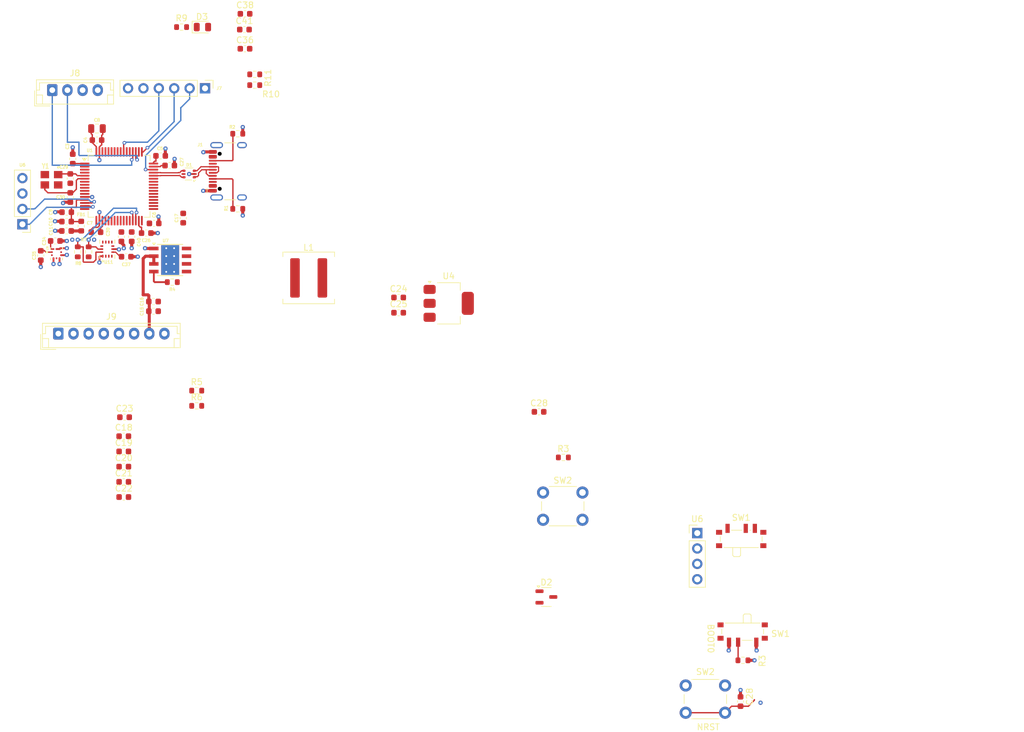
<source format=kicad_pcb>
(kicad_pcb (version 20241229) (generator "pcbnew") (generator_version "9.0")
  (layers (0 "F.Cu" signal) (4 "In1.Cu" power) (6 "In2.Cu" power) (2 "B.Cu" signal) (13 "F.Paste" user) (15 "B.Paste" user) (5 "F.SilkS" user "F.Silkscreen") (7 "B.SilkS" user "B.Silkscreen") (1 "F.Mask" user) (3 "B.Mask" user) (25 "Edge.Cuts" user))
  (net 0 "")
  (net 1 "+3.3V")
  (net 2 "Net-(U1-VDDA)")
  (net 3 "+BATT")
  (net 4 "Net-(U7-VCC)")
  (net 5 "Net-(U7-SW)")
  (net 6 "Net-(U7-BOOT)")
  (net 7 "Net-(U7-FB)")
  (net 8 "+5V")
  (net 9 "Net-(U1-VCAP_1)")
  (net 10 "Net-(U1-VCAP_2)")
  (net 11 "NRST")
  (net 12 "Net-(U1-PH0)")
  (net 13 "Net-(U1-PH1)")
  (net 14 "USB_C_D_N")
  (net 15 "USB_C_D_P")
  (net 16 "Net-(D1-VP)")
  (net 17 "Net-(D3-K)")
  (net 18 "Net-(J1-CC2)")
  (net 19 "Net-(J1-CC1)")
  (net 22 "ESC_1")
  (net 23 "ESC_2")
  (net 24 "ESC_3")
  (net 25 "ESC_4")
  (net 26 "SWO")
  (net 27 "SWDIO")
  (net 28 "SWCLK")
  (net 29 "BOOT0")
  (net 30 "GND")
  (net 31 "Net-(U7-PG)")
  (net 32 "SCL")
  (net 33 "SDA")
  (net 34 "Net-(U12-C1)")
  (net 35 "BATT_SENSE")
  (net 36 "UART1_TX")
  (net 45 "UART1_RX")
  (net 49 "IMU_INT")
  (net 56 "BMP_INT")
  (net 57 "UART2_TX")
  (net 58 "UART2_RX")
  (net 59 "ADC_CURR")
  (net 60 "UART_ESC")
  (footprint "Resistor_SMD:R_0603_1608Metric" (layer "F.Cu") (at 241 77.9)
    (property "Reference" "R1")
    (property "Value" "5.1K")
  )
  (footprint "Connector_JST:JST_EH_B8B-EH-A_1x08_P2.50mm_Vertical" (layer "F.Cu") (at 211.4 98.5)
    (property "Reference" "J9")
    (property "Value" "Conn_01x08")
  )
  (footprint "Capacitor_SMD:C_0603_1608Metric" (layer "F.Cu") (at 242.1 48.3)
    (property "Reference" "C41")
    (property "Value" "100nF")
  )
  (footprint "Capacitor_SMD:C_0603_1608Metric" (layer "F.Cu") (at 228.275 69.15)
    (property "Reference" "C5")
    (property "Value" "100nF")
  )
  (footprint "Package_TO_SOT_SMD:SOT-223-3_TabPin2" (layer "F.Cu") (at 275.8 93.5)
    (property "Reference" "U4")
    (property "Value" "AP7361C-33E")
  )
  (footprint "Capacitor_SMD:C_0603_1608Metric" (layer "F.Cu") (at 212.775 78.45 180)
    (property "Reference" "C9")
    (property "Value" "10nF")
  )
  (footprint "Inductor_SMD:L_0603_1608Metric" (layer "F.Cu") (at 215.175 80.75 90)
    (property "Reference" "FB1")
    (property "Value" "FerriteBead")
  )
  (footprint "Resistor_SMD:R_0603_1608Metric" (layer "F.Cu") (at 231.731 47.8915 180)
    (property "Reference" "R9")
    (property "Value" "1K")
  )
  (footprint "Capacitor_SMD:C_0603_1608Metric" (layer "F.Cu") (at 222.1975 122.97)
    (property "Reference" "C21")
    (property "Value" "22uF")
  )
  (footprint "Button_Switch_THT:SW_PUSH_6mm_H4.3mm" (layer "F.Cu") (at 291.3675 124.73)
    (property "Reference" "SW2")
    (property "Value" "SW_Push")
  )
  (footprint "Button_Switch_THT:SW_PUSH_6mm_H4.3mm" (layer "F.Cu") (at 314.895 156.585)
    (property "Reference" "SW2")
    (property "Value" "SW_Push")
  )
  (footprint "Capacitor_SMD:C_0603_1608Metric" (layer "F.Cu") (at 222.1975 115.44)
    (property "Reference" "C18")
    (property "Value" "100nF")
  )
  (footprint "Button_Switch_SMD:SW_SPDT_PCM12" (layer "F.Cu") (at 324.0575 132.08)
    (property "Reference" "SW1")
    (property "Value" "SW_SPDT")
  )
  (footprint "Capacitor_SMD:C_0603_1608Metric" (layer "F.Cu") (at 222.6 85.8 180)
    (property "Reference" "C37")
    (property "Value" "10nF")
  )
  (footprint "Capacitor_SMD:C_0603_1608Metric" (layer "F.Cu") (at 213.375 72.9 90)
    (property "Reference" "C29")
    (property "Value" "15pF")
  )
  (footprint "Capacitor_SMD:C_0603_1608Metric" (layer "F.Cu") (at 267.54 92.535)
    (property "Reference" "C24")
    (property "Value" "4.7uF")
  )
  (footprint "Package_QFP:LQFP-64_10x10mm_P0.5mm" (layer "F.Cu") (at 221.425 74.175)
    (property "Reference" "U1")
    (property "Value" "STM32F405RGTx")
  )
  (footprint "Capacitor_SMD:C_0603_1608Metric" (layer "F.Cu") (at 225.9 81.9)
    (property "Reference" "C26")
    (property "Value" "2.2uF")
  )
  (footprint "Resistor_SMD:R_0603_1608Metric" (layer "F.Cu") (at 230.2 90)
    (property "Reference" "R4")
    (property "Value" "100k")
  )
  (footprint "Resistor_SMD:R_0603_1608Metric" (layer "F.Cu") (at 234.2275 107.91)
    (property "Reference" "R5")
    (property "Value" "100k")
  )
  (footprint "Resistor_SMD:R_0603_1608Metric" (layer "F.Cu") (at 241 65.5)
    (property "Reference" "R2")
    (property "Value" "5.1K")
  )
  (footprint "Capacitor_SMD:C_0603_1608Metric" (layer "F.Cu") (at 242.19 51.4675)
    (property "Reference" "C36")
    (property "Value" "1uF")
  )
  (footprint "Connector_JST:JST_EH_B4B-EH-A_1x04_P2.50mm_Vertical" (layer "F.Cu") (at 210.4 58.3)
    (property "Reference" "J8")
    (property "Value" "Conn_01x04")
  )
  (footprint "Capacitor_SMD:C_0603_1608Metric" (layer "F.Cu") (at 222.1975 125.48)
    (property "Reference" "C22")
    (property "Value" "22uF")
  )
  (footprint "Button_Switch_SMD:SW_SPDT_PCM12" (layer "F.Cu") (at 324.295 148.01 180)
    (property "Reference" "SW1")
    (property "Value" "SW_SPDT")
  )
  (footprint "Connector_USB:USB_C_Receptacle_HCTL_HC-TYPE-C-16P-01A" (layer "F.Cu") (at 240.625 71.7 90)
    (property "Reference" "J1")
    (property "Value" "USB_C_Receptacle_USB2.0_16P")
  )
  (footprint "Capacitor_SMD:C_0603_1608Metric" (layer "F.Cu") (at 210.9 83.2)
    (property "Reference" "C34")
    (property "Value" "100nF")
  )
  (footprint "MountingHole:MountingHole_3.2mm_M3_ISO7380" (layer "F.Cu") (at 235.4 93.6)
    (property "Reference" "H4" (hide yes))
    (property "Value" "MountingHole")
  )
  (footprint "Capacitor_SMD:C_0603_1608Metric" (layer "F.Cu") (at 222.325 112.3)
    (property "Reference" "C23")
    (property "Value" "22uF")
  )
  (footprint "Custom Footprints:BMP390L" (layer "F.Cu") (at 211.1 85.3 90)
    (property "Reference" "U9")
    (property "Value" "~")
  )
  (footprint "Package_TO_SOT_SMD:SOT-23-3" (layer "F.Cu") (at 291.9175 141.975)
    (property "Reference" "D2")
    (property "Value" "BAT54C")
  )
  (footprint "MountingHole:MountingHole_3.2mm_M3_ISO7380" (layer "F.Cu") (at 235.4 63.1)
    (property "Reference" "H2" (hide yes))
    (property "Value" "MountingHole")
  )
  (footprint "Capacitor_SMD:C_0603_1608Metric" (layer "F.Cu") (at 212.7575 80 180)
    (property "Reference" "C10")
    (property "Value" "1uF")
  )
  (footprint "Capacitor_SMD:C_0603_1608Metric" (layer "F.Cu") (at 267.54 95.045)
    (property "Reference" "C25")
    (property "Value" "4.7uF")
  )
  (footprint "Capacitor_SMD:C_0603_1608Metric" (layer "F.Cu") (at 217.6 81.75 180)
    (property "Reference" "C7")
    (property "Value" "100nF")
  )
  (footprint "Package_TO_SOT_SMD:SOT-666" (layer "F.Cu") (at 232.975 72.15 180)
    (property "Reference" "D1")
    (property "Value" "USBLC6-2P6")
  )
  (footprint "MountingHole:MountingHole_3.2mm_M3_ISO7380" (layer "F.Cu") (at 204.9 63.1)
    (property "Reference" "H1" (hide yes))
    (property "Value" "MountingHole")
  )
  (footprint "Resistor_SMD:R_0603_1608Metric" (layer "F.Cu") (at 243.8 57.478 180)
    (property "Reference" "R10")
    (property "Value" "15K")
  )
  (footprint "Capacitor_SMD:C_0603_1608Metric" (layer "F.Cu") (at 227.2 80.3)
    (property "Reference" "C6")
    (property "Value" "100nF")
  )
  (footprint "Capacitor_SMD:C_0603_1608Metric" (layer "F.Cu") (at 212.75 81.55 180)
    (property "Reference" "C11")
    (property "Value" "1uF")
  )
  (footprint "Resistor_SMD:R_0603_1608Metric" (layer "F.Cu") (at 214.6 85 90)
    (property "Reference" "R8")
    (property "Value" "2.2K")
  )
  (footprint "Capacitor_SMD:C_0603_1608Metric" (layer "F.Cu") (at 227.1 93.2)
    (property "Reference" "C16")
    (property "Value" "220nF")
  )
  (footprint "Capacitor_SMD:C_0603_1608Metric" (layer "F.Cu") (at 242.2 45.7)
    (property "Reference" "C38")
    (property "Value" "100nF")
  )
  (footprint "Capacitor_SMD:C_0603_1608Metric" (layer "F.Cu") (at 323.945 159.235 -90)
    (property "Reference" "C28")
    (property "Value" "100nF")
  )
  (footprint "Capacitor_SMD:C_0805_2012Metric" (layer "F.Cu") (at 217.775 64.65)
    (property "Reference" "C8")
    (property "Value" "10uF")
  )
  (footprint "Connector_PinHeader_2.54mm:PinHeader_1x04_P2.54mm_Vertical" (layer "F.Cu") (at 316.8075 131.43)
    (property "Reference" "U6")
    (property "Value" "~")
  )
  (footprint "Capacitor_SMD:C_0603_1608Metric" (layer "F.Cu") (at 290.7075 111.41)
    (property "Reference" "C28")
    (property "Value" "100nF")
  )
  (footprint "Connector_PinHeader_2.54mm:PinHeader_1x04_P2.54mm_Vertical" (layer "F.Cu") (at 205.475 80.45 180)
    (property "Reference" "U6")
    (property "Value" "~")
  )
  (footprint "Package_SO:Texas_HSOP-8-1EP_3.9x4.9mm_P1.27mm_ThermalVias" (layer "F.Cu") (at 229.85 86.35)
    (property "Reference" "U7")
    (property "Value" "LMR33640DDDA")
  )
  (footprint "Custom Footprints:OSC_X322516MLB4SI" (layer "F.Cu") (at 210.275 73.1 -90)
    (property "Reference" "Y1")
    (property "Value" "16MHz Crystal")
  )
  (footprint "Capacitor_SMD:C_0603_1608Metric" (layer "F.Cu") (at 222.1975 120.46)
    (property "Reference" "C20")
    (property "Value" "22uF")
  )
  (footprint "Inductor_SMD:L_Coilcraft_XAL7030-682" (layer "F.Cu") (at 252.7 89.3)
    (property "Reference" "L1")
    (property "Value" "6.8uH")
  )
  (footprint "Resistor_SMD:R_0603_1608Metric" (layer "F.Cu") (at 294.7175 118.94)
    (property "Reference" "R3")
    (property "Value" "10K")
  )
  (footprint "LED_SMD:LED_0805_2012Metric" (layer "F.Cu") (at 235.1685 47.8915)
    (property "Reference" "D3")
    (property "Value" "LED")
  )
  (footprint "Capacitor_SMD:C_0603_1608Metric" (layer "F.Cu") (at 213.375 76.025 90)
    (property "Reference" "C30")
    (property "Value" "15pF")
  )
  (footprint "Capacitor_SMD:C_0603_1608Metric" (layer "F.Cu") (at 232 79.425 90)
    (property "Reference" "C17")
    (property "Value" "1uF")
  )
  (footprint "Capacitor_SMD:C_0603_1608Metric" (layer "F.Cu") (at 213.775 69.65 90)
    (property "Reference" "C3")
    (property "Value" "100nF")
  )
  (footprint "Capacitor_SMD:C_0603_1608Metric" (layer "F.Cu") (at 222.1975 117.95)
    (property "Reference" "C19")
    (property "Value" "39pF")
  )
  (footprint "Capacitor_SMD:C_0603_1608Metric" (layer "F.Cu") (at 217.775 66.55)
    (property "Reference" "C4")
    (property "Value" "100nF")
  )
  (footprint "Capacitor_SMD:C_0603_1608Metric" (layer "F.Cu") (at 229.775 70.75)
    (property "Reference" "C27")
    (property "Value" "2.2uF")
  )
  (footprint "Resistor_SMD:R_0603_1608Metric" (layer "F.Cu") (at 324.345 152.435 180)
    (property "Reference" "R3")
    (property "Value" "10K")
  )
  (footprint "Capacitor_SMD:C_0603_1608Metric" (layer "F.Cu") (at 227.1 94.8)
    (property "Reference" "C15")
    (property "Value" "10uF")
  )
  (footprint "Custom Footprints:XDCR_ICM-42670-P" (layer "F.Cu") (at 219.475 84.55 90)
    (property "Reference" "U11")
    (property "Value" "~")
  )
  (footprint "Resistor_SMD:R_0603_1608Metric" (layer "F.Cu") (at 216.4 85 90)
    (property "Reference" "R7")
    (property "Value" "2.2K")
  )
  (footprint "Resistor_SMD:R_0603_1608Metric" (layer "F.Cu") (at 243.8 55.7)
    (property "Reference" "R11")
    (property "Value" "10K")
  )
  (footprint "Capacitor_SMD:C_0603_1608Metric" (layer "F.Cu") (at 208.5 85.6 -90)
    (property "Reference" "C35")
    (property "Value" "100nF")
  )
  (footprint "Connector_PinHeader_2.54mm:PinHeader_1x06_P2.54mm_Vertical" (layer "F.Cu") (at 235.6 58 -90)
    (property "Reference" "J7")
    (property "Value" "SWD")
  )
  (footprint "Capacitor_SMD:C_0603_1608Metric" (layer "F.Cu") (at 221.8 82.5 -90)
    (property "Reference" "C39")
    (property "Value" "0.1u")
  )
  (footprint "Capacitor_SMD:C_0603_1608Metric" (layer "F.Cu") (at 223.5 82.5 -90)
    (property "Reference" "C40")
    (property "Value" "2.2u")
  )
  (footprint "Resistor_SMD:R_0603_1608Metric" (layer "F.Cu") (at 234.2275 110.42)
    (property "Reference" "R6")
    (property "Value" "24.9k")
  )
  (footprint "MountingHole:MountingHole_3.2mm_M3_ISO7380" (layer "F.Cu") (at 204.9 93.6)
    (property "Reference" "H3" (hide yes))
    (property "Value" "MountingHole")
  )
  (gr_text "BOOT0" (at 318.445 146.335 270) (layer "F.SilkS") (effects (font (size 1 1)) (justify left bottom)))
  (gr_text "NRST" (at 316.645 164.035 0) (layer "F.SilkS") (effects (font (size 1 1)) (justify left bottom)))
  (segment (start 226.475 80.35) (end 226.425 80.3) (width 0.22) (layer "F.Cu") (net 1))
  (segment (start 227.1 70.225) (end 227.275 70.05) (width 0.22) (layer "F.Cu") (net 1))
  (segment (start 326.545 150.755) (end 326.545 149.44) (width 0.5) (layer "F.Cu") (net 1))
  (segment (start 217 66.975) (end 217 66.55) (width 0.22) (layer "F.Cu") (net 1))
  (segment (start 217.675 68.5) (end 217.675 67.65) (width 0.22) (layer "F.Cu") (net 1))
  (segment (start 220.85 85.05) (end 221.6 85.8) (width 0.2) (layer "F.Cu") (net 1))
  (segment (start 213.775 70.425) (end 215.75 70.425) (width 0.22) (layer "F.Cu") (net 1))
  (segment (start 210.3375 85.05) (end 209.35 85.05) (width 0.22) (layer "F.Cu") (net 1))
  (segment (start 220.3875 85.05) (end 220.85 85.05) (width 0.2) (layer "F.Cu") (net 1))
  (segment (start 210.2375 84.5375) (end 210.125 84.425) (width 0.22) (layer "F.Cu") (net 1))
  (segment (start 218.375 81.75) (end 218.375 81.068348) (width 0.22) (layer "F.Cu") (net 1))
  (segment (start 227.1 70.425) (end 227.1 70.225) (width 0.22) (layer "F.Cu") (net 1))
  (segment (start 209.35 85.05) (end 209.1 84.8) (width 0.22) (layer "F.Cu") (net 1))
  (segment (start 217.675 67.65) (end 217 66.975) (width 0.22) (layer "F.Cu") (net 1))
  (segment (start 218.375 81.068348) (end 218.675 80.768348) (width 0.22) (layer "F.Cu") (net 1))
  (segment (start 218.675 80.768348) (end 218.675 79.85) (width 0.22) (layer "F.Cu") (net 1))
  (segment (start 210.6 84.5375) (end 210.2375 84.5375) (width 0.22) (layer "F.Cu") (net 1))
  (segment (start 217 65.675) (end 216.825 65.5) (width 0.22) (layer "F.Cu") (net 1))
  (segment (start 216.825 65.5) (end 216.825 64.65) (width 0.22) (layer "F.Cu") (net 1))
  (segment (start 227.5 70.025) (end 227.5 69.15) (width 0.22) (layer "F.Cu") (net 1))
  (segment (start 210.125 84.425) (end 210.125 83.2) (width 0.22) (layer "F.Cu") (net 1))
  (segment (start 209.1 84.8) (end 209.075 84.825) (width 0.22) (layer "F.Cu") (net 1))
  (segment (start 326.595 150.805) (end 326.545 150.755) (width 0.5) (layer "F.Cu") (net 1))
  (segment (start 227.475 70.05) (end 227.5 70.025) (width 0.22) (layer "F.Cu") (net 1))
  (segment (start 209.075 84.825) (end 208.5 84.825) (width 0.22) (layer "F.Cu") (net 1))
  (segment (start 216.725 66.475) (end 216.8 66.55) (width 0.22) (layer "F.Cu") (net 1))
  (segment (start 227.275 70.05) (end 227.475 70.05) (width 0.22) (layer "F.Cu") (net 1))
  (segment (start 217 66.55) (end 217 65.675) (width 0.22) (layer "F.Cu") (net 1))
  (segment (start 221.6 85.8) (end 221.825 85.8) (width 0.2) (layer "F.Cu") (net 1))
  (segment (start 213.5555 81.5805) (end 213.525 81.55) (width 0.5) (layer "F.Cu") (net 1))
  (segment (start 215.1625 81.55) (end 215.175 81.5375) (width 0.5) (layer "F.Cu") (net 1))
  (segment (start 213.525 81.55) (end 215.1625 81.55) (width 0.5) (layer "F.Cu") (net 1))
  (via (at 326.595 150.805) (size 0.7) (drill 0.3) (layers "F.Cu" "B.Cu") (net 1))
  (segment (start 215.1375 80) (end 215.175 79.9625) (width 0.22) (layer "F.Cu") (net 2))
  (segment (start 213.55 79.9825) (end 213.5325 80) (width 0.22) (layer "F.Cu") (net 2))
  (segment (start 213.55 78.45) (end 213.55 79.9825) (width 0.22) (layer "F.Cu") (net 2))
  (segment (start 214.375 76.55) (end 214.375 77.65) (width 0.22) (layer "F.Cu") (net 2))
  (segment (start 213.675 77.65) (end 213.55 77.775) (width 0.22) (layer "F.Cu") (net 2))
  (segment (start 214.5 76.425) (end 214.375 76.55) (width 0.22) (layer "F.Cu") (net 2))
  (segment (start 214.375 77.65) (end 213.675 77.65) (width 0.22) (layer "F.Cu") (net 2))
  (segment (start 213.5325 80) (end 215.1375 80) (width 0.22) (layer "F.Cu") (net 2))
  (segment (start 213.55 77.775) (end 213.55 78.45) (width 0.22) (layer "F.Cu") (net 2))
  (segment (start 215.75 76.425) (end 214.5 76.425) (width 0.22) (layer "F.Cu") (net 2))
  (segment (start 225.4 92.1) (end 225.4 86.1) (width 0.5) (layer "F.Cu") (net 3))
  (segment (start 226.325 93.2) (end 226.325 92.225) (width 0.5) (layer "F.Cu") (net 3))
  (segment (start 226.4 98.5) (end 226.4 93.2) (width 0.5) (layer "F.Cu") (net 3))
  (segment (start 226.325 92.225) (end 226.2 92.1) (width 0.5) (layer "F.Cu") (net 3))
  (segment (start 227.15 85.715) (end 227.15 86.985) (width 0.5) (layer "F.Cu") (net 3))
  (segment (start 225.785 85.715) (end 227.15 85.715) (width 0.5) (layer "F.Cu") (net 3))
  (segment (start 226.2 92.1) (end 225.4 92.1) (width 0.5) (layer "F.Cu") (net 3))
  (segment (start 225.4 86.1) (end 225.785 85.715) (width 0.5) (layer "F.Cu") (net 3))
  (segment (start 225.125 80.936) (end 225.125 81.9) (width 0.22) (layer "F.Cu") (net 9))
  (segment (start 224.675 80.672964) (end 224.938036 80.936) (width 0.22) (layer "F.Cu") (net 9))
  (segment (start 224.675 79.85) (end 224.675 80.672964) (width 0.22) (layer "F.Cu") (net 9))
  (segment (start 224.938036 80.936) (end 225.125 80.936) (width 0.22) (layer "F.Cu") (net 9))
  (segment (start 227.1 70.925) (end 228.2 70.925) (width 0.22) (layer "F.Cu") (net 10))
  (segment (start 228.2 70.925) (end 228.375 70.75) (width 0.22) (layer "F.Cu") (net 10))
  (segment (start 228.375 70.75) (end 229 70.75) (width 0.22) (layer "F.Cu") (net 10))
  (segment (start 325.245 160.01) (end 323.945 160.01) (width 0.22) (layer "F.Cu") (net 11))
  (segment (start 326.22 158.96) (end 326.245 158.935) (width 0.22) (layer "F.Cu") (net 11))
  (segment (start 314.895 161.085) (end 321.395 161.085) (width 0.22) (layer "F.Cu") (net 11))
  (segment (start 321.395 161.085) (end 322.47 160.01) (width 0.22) (layer "F.Cu") (net 11))
  (segment (start 322.47 160.01) (end 323.945 160.01) (width 0.22) (layer "F.Cu") (net 11))
  (segment (start 326.22 159.035) (end 325.245 160.01) (width 0.22) (layer "F.Cu") (net 11))
  (segment (start 326.22 159.035) (end 326.22 158.96) (width 0.22) (layer "F.Cu") (net 11))
  (segment (start 215.75 72.425) (end 214.55 72.425) (width 0.22) (layer "F.Cu") (net 12))
  (segment (start 211.5 72.125) (end 211.375 72.25) (width 0.22) (layer "F.Cu") (net 12))
  (segment (start 213.375 72.125) (end 211.5 72.125) (width 0.22) (layer "F.Cu") (net 12))
  (segment (start 214.25 72.125) (end 213.375 72.125) (width 0.22) (layer "F.Cu") (net 12))
  (segment (start 214.55 72.425) (end 214.25 72.125) (width 0.22) (layer "F.Cu") (net 12))
  (segment (start 215.75 72.925) (end 214.65 72.925) (width 0.22) (layer "F.Cu") (net 13))
  (segment (start 214.375 74.65) (end 213.775 75.25) (width 0.22) (layer "F.Cu") (net 13))
  (segment (start 214.65 72.925) (end 214.375 73.2) (width 0.22) (layer "F.Cu") (net 13))
  (segment (start 209.675 75.25) (end 209.175 74.75) (width 0.22) (layer "F.Cu") (net 13))
  (segment (start 213.775 75.25) (end 213.375 75.25) (width 0.22) (layer "F.Cu") (net 13))
  (segment (start 214.375 73.2) (end 214.375 74.65) (width 0.22) (layer "F.Cu") (net 13))
  (segment (start 209.175 74.75) (end 209.175 73.95) (width 0.22) (layer "F.Cu") (net 13))
  (segment (start 213.375 75.25) (end 209.675 75.25) (width 0.22) (layer "F.Cu") (net 13))
  (segment (start 231.424 72.382824) (end 231.642176 72.601) (width 0.2) (layer "F.Cu") (net 14))
  (segment (start 227.1 72.425) (end 228.262501 72.425) (width 0.2) (layer "F.Cu") (net 14))
  (segment (start 227.1 72.425) (end 227.15 72.375) (width 0.2) (layer "F.Cu") (net 14))
  (segment (start 231.424 72.375) (end 231.424 72.382824) (width 0.2) (layer "F.Cu") (net 14))
  (segment (start 231.372206 72.375) (end 231.424 72.375) (width 0.2) (layer "F.Cu") (net 14))
  (segment (start 231.347206 72.4) (end 231.372206 72.375) (width 0.2) (layer "F.Cu") (net 14))
  (segment (start 234.526 72.382824) (end 234.526 71.9865) (width 0.2) (layer "F.Cu") (net 14))
  (segment (start 235.6 71.45) (end 236.88 71.45) (width 0.2) (layer "F.Cu") (net 14))
  (segment (start 234.526 71.9865) (end 235.0625 71.45) (width 0.2) (layer "F.Cu") (net 14))
  (segment (start 235.0625 71.45) (end 235.6 71.45) (width 0.2) (layer "F.Cu") (net 14))
  (segment (start 228.287501 72.4) (end 231.347206 72.4) (width 0.2) (layer "F.Cu") (net 14))
  (segment (start 233.9115 72.601) (end 234.307824 72.601) (width 0.2) (layer "F.Cu") (net 14))
  (segment (start 235.8 72.053824) (end 236.196176 72.45) (width 0.2) (layer "F.Cu") (net 14))
  (segment (start 234.307824 72.601) (end 234.526 72.382824) (width 0.2) (layer "F.Cu") (net 14))
  (segment (start 231.642176 72.601) (end 231.663499 72.601) (width 0.2) (layer "F.Cu") (net 14))
  (segment (start 231.749999 72.6875) (end 232.125 72.6875) (width 0.2) (layer "F.Cu") (net 14))
  (segment (start 233.825 72.6875) (end 233.9115 72.601) (width 0.2) (layer "F.Cu") (net 14))
  (segment (start 228.262501 72.425) (end 228.287501 72.4) (width 0.2) (layer "F.Cu") (net 14))
  (segment (start 235.8 71.45) (end 235.8 72.053824) (width 0.2) (layer "F.Cu") (net 14))
  (segment (start 236.196176 72.45) (end 236.88 72.45) (width 0.2) (layer "F.Cu") (net 14))
  (segment (start 231.663499 72.601) (end 231.749999 72.6875) (width 0.2) (layer "F.Cu") (net 14))
  (segment (start 231.424 71.925) (end 231.424 71.917176) (width 0.2) (layer "F.Cu") (net 15))
  (segment (start 237.563824 71.95) (end 237.831 71.682824) (width 0.2) (layer "F.Cu") (net 15))
  (segment (start 231.642176 71.699) (end 231.663499 71.699) (width 0.2) (layer "F.Cu") (net 15))
  (segment (start 228.262501 71.925) (end 228.287501 71.95) (width 0.2) (layer "F.Cu") (net 15))
  (segment (start 237.831 71.031) (end 237.75 70.95) (width 0.2) (layer "F.Cu") (net 15))
  (segment (start 233.825 71.6125) (end 234.263603 71.6125) (width 0.2) (layer "F.Cu") (net 15))
  (segment (start 231.424 71.917176) (end 231.642176 71.699) (width 0.2) (layer "F.Cu") (net 15))
  (segment (start 237.75 70.95) (end 236.88 70.95) (width 0.2) (layer "F.Cu") (net 15))
  (segment (start 234.926103 70.95) (end 236.88 70.95) (width 0.2) (layer "F.Cu") (net 15))
  (segment (start 231.749999 71.6125) (end 232.125 71.6125) (width 0.2) (layer "F.Cu") (net 15))
  (segment (start 231.2 71.925) (end 231.424 71.925) (width 0.2) (layer "F.Cu") (net 15))
  (segment (start 237.831 71.682824) (end 237.831 71.031) (width 0.2) (layer "F.Cu") (net 15))
  (segment (start 236.88 71.95) (end 237.563824 71.95) (width 0.2) (layer "F.Cu") (net 15))
  (segment (start 233.825 71.6125) (end 233.9115 71.699) (width 0.2) (layer "F.Cu") (net 15))
  (segment (start 228.287501 71.95) (end 231.175 71.95) (width 0.2) (layer "F.Cu") (net 15))
  (segment (start 231.663499 71.699) (end 231.749999 71.6125) (width 0.2) (layer "F.Cu") (net 15))
  (segment (start 234.263603 71.6125) (end 234.926103 70.95) (width 0.2) (layer "F.Cu") (net 15))
  (segment (start 231.175 71.95) (end 231.2 71.925) (width 0.2) (layer "F.Cu") (net 15))
  (segment (start 227.1 71.925) (end 228.262501 71.925) (width 0.2) (layer "F.Cu") (net 15))
  (segment (start 240.2 65.525) (end 240.175 65.5) (width 0.22) (layer "F.Cu") (net 18))
  (segment (start 236.78 69.95) (end 240.075 69.95) (width 0.22) (layer "F.Cu") (net 18))
  (segment (start 240.075 69.95) (end 240.2 69.825) (width 0.22) (layer "F.Cu") (net 18))
  (segment (start 240.2 69.825) (end 240.2 65.525) (width 0.22) (layer "F.Cu") (net 18))
  (segment (start 236.78 72.95) (end 240.05 72.95) (width 0.22) (layer "F.Cu") (net 19))
  (segment (start 240.2 77.875) (end 240.175 77.9) (width 0.22) (layer "F.Cu") (net 19))
  (segment (start 240.05 72.95) (end 240.2 73.1) (width 0.22) (layer "F.Cu") (net 19))
  (segment (start 240.2 73.1) (end 240.2 77.875) (width 0.22) (layer "F.Cu") (net 19))
  (segment (start 222.3 67) (end 222.175 67.125) (width 0.22) (layer "F.Cu") (net 26))
  (segment (start 222.175 67.125) (end 222.175 68.5) (width 0.22) (layer "F.Cu") (net 26))
  (via (at 222.3 67) (size 0.6) (drill 0.3) (layers "F.Cu" "B.Cu") (net 26))
  (segment (start 222.3 67) (end 222.4 66.9) (width 0.22) (layer "B.Cu") (net 26))
  (segment (start 227.98 57.82) (end 228 57.8) (width 0.22) (layer "B.Cu") (net 26))
  (segment (start 226.1 66.9) (end 227.98 65.02) (width 0.22) (layer "B.Cu") (net 26))
  (segment (start 222.4 66.9) (end 226.1 66.9) (width 0.22) (layer "B.Cu") (net 26))
  (segment (start 227.98 65.02) (end 227.98 57.82) (width 0.22) (layer "B.Cu") (net 26))
  (segment (start 227.1 71.425) (end 225.825 71.425) (width 0.22) (layer "F.Cu") (net 27))
  (segment (start 225.825 71.425) (end 225.8 71.4) (width 0.22) (layer "F.Cu") (net 27))
  (via (at 225.8 71.4) (size 0.6) (drill 0.3) (layers "F.Cu" "B.Cu") (net 27))
  (segment (start 233.06 57.82) (end 233.08 57.8) (width 0.22) (layer "B.Cu") (net 27))
  (segment (start 231.6 61.2) (end 231.62 61.2) (width 0.22) (layer "B.Cu") (net 27))
  (segment (start 225.8 71.4) (end 225.8 69.1) (width 0.22) (layer "B.Cu") (net 27))
  (segment (start 225.8 69.1) (end 231.6 63.3) (width 0.22) (layer "B.Cu") (net 27))
  (segment (start 233.06 59.76) (end 233.06 57.82) (width 0.22) (layer "B.Cu") (net 27))
  (segment (start 231.6 63.3) (end 231.6 61.2) (width 0.22) (layer "B.Cu") (net 27))
  (segment (start 231.62 61.2) (end 233.06 59.76) (width 0.22) (layer "B.Cu") (net 27))
  (segment (start 225.175 68.5) (end 225.4 68.5) (width 0.22) (layer "F.Cu") (net 28))
  (segment (start 225.4 68.5) (end 226.1 67.8) (width 0.22) (layer "F.Cu") (net 28))
  (via (at 226.1 67.8) (size 0.6) (drill 0.3) (layers "F.Cu" "B.Cu") (net 28))
  (segment (start 226.2 67.8) (end 230.5 63.5) (width 0.22) (layer "B.Cu") (net 28))
  (segment (start 230.5 63.5) (end 230.5 58.02) (width 0.22) (layer "B.Cu") (net 28))
  (segment (start 230.52 58) (end 230.52 57.82) (width 0.22) (layer "B.Cu") (net 28))
  (segment (start 226.1 67.8) (end 226.2 67.8) (width 0.22) (layer "B.Cu") (net 28))
  (segment (start 230.5 58.02) (end 230.52 58) (width 0.22) (layer "B.Cu") (net 28))
  (segment (start 230.52 57.82) (end 230.54 57.8) (width 0.22) (layer "B.Cu") (net 28))
  (segment (start 323.545 149.44) (end 323.545 152.36) (width 0.22) (layer "F.Cu") (net 29))
  (segment (start 211.95 78.4) (end 212 78.45) (width 0.5) (layer "F.Cu") (net 30))
  (segment (start 229.05 69.15) (end 229.05 67.975) (width 0.5) (layer "F.Cu") (net 30))
  (segment (start 216.825 81.3) (end 216.825 81.75) (width 0.22) (layer "F.Cu") (net 30))
  (segment (start 236.88 68.5) (end 235.3775 68.5) (width 0.5) (layer "F.Cu") (net 30))
  (segment (start 218.725 65.6) (end 218.725 64.65) (width 0.22) (layer "F.Cu") (net 30))
  (segment (start 218.175 79.85) (end 218.175 78.45) (width 0.25) (layer "F.Cu") (net 30))
  (segment (start 216.95 75.925) (end 216.975 75.95) (width 0.25) (layer "F.Cu") (net 30))
  (segment (start 230.55 70.75) (end 230.55 69.675) (width 0.5) (layer "F.Cu") (net 30))
  (segment (start 233.9 72.15) (end 232.975 72.15) (width 0.3) (layer "F.Cu") (net 30))
  (segment (start 241.825 64.4) (end 241.825 65.475) (width 0.5) (layer "F.Cu") (net 30))
  (segment (start 323.945 158.46) (end 323.945 157.335) (width 0.5) (layer "F.Cu") (net 30))
  (segment (start 218.175 80.672964) (end 217.897964 80.95) (width 0.22) (layer "F.Cu") (net 30))
  (segment (start 212.75 85.55) (end 212.8 85.5) (width 0.3) (layer "F.Cu") (net 30))
  (segment (start 211.6 86.0625) (end 211.6 87) (width 0.3) (layer "F.Cu") (net 30))
  (segment (start 218.525 67.35) (end 218.55 67.325) (width 0.22) (layer "F.Cu") (net 30))
  (segment (start 226.675 81.9) (end 227.8 81.9) (width 0.5) (layer "F.Cu") (net 30))
  (segment (start 218.175 68.5) (end 218.175 69.85) (width 0.25) (layer "F.Cu") (net 30))
  (segment (start 210.85 79.95) (end 211.9325 79.95) (width 0.5) (layer "F.Cu") (net 30))
  (segment (start 325.27 152.435) (end 326.245 152.435) (width 0.5) (layer "F.Cu") (net 30))
  (segment (start 211.8625 85.55) (end 212.75 85.55) (width 0.3) (layer "F.Cu") (net 30))
  (segment (start 227.975 79.225) (end 227.925 79.175) (width 0.5) (layer "F.Cu") (net 30))
  (segment (start 213.775 68.875) (end 213.775 67.75) (width 0.5) (layer "F.Cu") (net 30))
  (segment (start 221.8 83.275) (end 221.8 83.5) (width 0.5) (layer "F.Cu") (net 30))
  (segment (start 210.89725 81.55) (end 210.868 81.52075) (width 0.5) (layer "F.Cu") (net 30))
  (segment (start 225.745 84.445) (end 225.7 84.4) (width 0.5) (layer "F.Cu") (net 30))
  (segment (start 223.375 85.8) (end 224.5 85.8) (width 0.5) (layer "F.Cu") (net 30))
  (segment (start 223.5 83.275) (end 223.5 84.4) (width 0.5) (layer "F.Cu") (net 30))
  (segment (start 322.045 150.755) (end 322.045 149.44) (width 0.5) (layer "F.Cu") (net 30))
  (segment (start 218.55 67.325) (end 218.55 66.55) (width 0.22) (layer "F.Cu") (net 30))
  (segment (start 220.3875 84.55) (end 221.35 84.55) (width 0.3) (layer "F.Cu") (net 30))
  (segment (start 212.325 76.8) (end 212.175 76.95) (width 0.5) (layer "F.Cu") (net 30))
  (segment (start 218.2 85.8) (end 218.2 86.725) (width 0.3) (layer "F.Cu") (net 30))
  (segment (start 236.855 74.925) (end 236.88 74.9) (width 0.5) (layer "F.Cu") (net 30))
  (segment (start 218.55 65.775) (end 218.725 65.6) (width 0.22) (layer "F.Cu") (net 30))
  (segment (start 227.15 84.445) (end 225.745 84.445) (width 0.5) (layer "F.Cu") (net 30))
  (segment (start 211.7375 84.4) (end 212.8 84.4) (width 0.3) (layer "F.Cu") (net 30))
  (segment (start 222.2 83.9) (end 222.2 84.4) (width 0.5) (layer "F.Cu") (net 30))
  (segment (start 321.995 150.805) (end 322.045 150.755) (width 0.5) (layer "F.Cu") (net 30))
  (segment (start 218.175 67.677036) (end 218.502036 67.35) (width 0.22) (layer "F.Cu") (net 30))
  (segment (start 210.925 78.4) (end 211.95 78.4) (width 0.5) (layer "F.Cu") (net 30))
  (segment (start 218.175 68.5) (end 218.175 67.677036) (width 0.22) (layer "F.Cu") (net 30))
  (segment (start 218.502036 67.35) (end 218.525 67.35) (width 0.22) (layer "F.Cu") (net 30))
  (segment (start 218.175 79.85) (end 218.175 80.672964) (width 0.22) (layer "F.Cu") (net 30))
  (segment (start 211.1 84.5375) (end 211.6 84.5375) (width 0.3) (layer "F.Cu") (net 30))
  (segment (start 227.975 80.3) (end 227.975 79.225) (width 0.5) (layer "F.Cu") (net 30))
  (segment (start 215.75 75.925) (end 216.95 75.925) (width 0.25) (layer "F.Cu") (net 30))
  (segment (start 210.875 78.45) (end 210.925 78.4) (width 0.5) (layer "F.Cu") (net 30))
  (segment (start 221.35 84.55) (end 221.4 84.6) (width 0.3) (layer "F.Cu") (net 30))
  (segment (start 211.675 83.2) (end 212.8 83.2) (width 0.5) (layer "F.Cu") (net 30))
  (segment (start 235.3 74.925) (end 236.855 74.925) (width 0.5) (layer "F.Cu") (net 30))
  (segment (start 241.825 77.9) (end 241.825 79) (width 0.5) (layer "F.Cu") (net 30))
  (segment (start 218.2 86.725) (end 218.175 86.75) (width 0.3) (layer "F.Cu") (net 30))
  (segment (start 211.975 81.55) (end 210.89725 81.55) (width 0.5) (layer "F.Cu") (net 30))
  (segment (start 208.5 86.375) (end 208.5 87.5) (width 0.5) (layer "F.Cu") (net 30))
  (segment (start 229.05 67.975) (end 229.075 67.95) (width 0.5) (layer "F.Cu") (net 30))
  (segment (start 217.175 80.95) (end 216.825 81.3) (width 0.22) (layer "F.Cu") (net 30))
  (segment (start 230.55 69.675) (end 230.575 69.65) (width 0.5) (layer "F.Cu") (net 30))
  (segment (start 218.2875 85.7125) (end 218.2 85.8) (width 0.3) (layer "F.Cu") (net 30))
  (segment (start 221.8 83.5) (end 222.2 83.9) (width 0.5) (layer "F.Cu") (net 30))
  (segment (start 218.725 85.7125) (end 218.2875 85.7125) (width 0.3) (layer "F.Cu") (net 30))
  (segment (start 235.3775 68.5) (end 235.3275 68.55) (width 0.5) (layer "F.Cu") (net 30))
  (segment (start 210.6 86.0625) (end 210.6 87) (width 0.3) (layer "F.Cu") (net 30))
  (segment (start 211.9325 79.95) (end 211.9825 80) (width 0.5) (layer "F.Cu") (net 30))
  (segment (start 211.6 84.5375) (end 211.7375 84.4) (width 0.3) (layer "F.Cu") (net 30))
  (segment (start 218.55 66.55) (end 218.55 65.775) (width 0.22) (layer "F.Cu") (net 30))
  (segment (start 241.825 65.475) (end 241.85 65.5) (width 0.5) (layer "F.Cu") (net 30))
  (segment (start 213.375 76.8) (end 212.325 76.8) (width 0.5) (layer "F.Cu") (net 30))
  (segment (start 217.897964 80.95) (end 217.175 80.95) (width 0.22) (layer "F.Cu") (net 30))
  (via (at 210.875 78.45) (size 0.7) (drill 0.3) (layers "F.Cu" "B.Cu") (net 30))
  (via (at 229.075 67.95) (size 0.7) (drill 0.3) (layers "F.Cu" "B.Cu") (net 30))
  (via (at 222.2 84.4) (size 0.7) (drill 0.3) (layers "F.Cu" "B.Cu") (net 30))
  (via (at 212.8 85.5) (size 0.7) (drill 0.3) (layers "F.Cu" "B.Cu") (net 30))
  (via (at 235.3 74.925) (size 0.7) (drill 0.3) (layers "F.Cu" "B.Cu") (net 30))
  (via (at 208.5 87.5) (size 0.7) (drill 0.3) (layers "F.Cu" "B.Cu") (net 30))
  (via (at 241.825 64.4) (size 0.7) (drill 0.3) (layers "F.Cu" "B.Cu") (net 30))
  (via (at 232.975 72.15) (size 0.7) (drill 0.3) (layers "F.Cu" "B.Cu") (net 30))
  (via (at 210.868 81.52075) (size 0.7) (drill 0.3) (layers "F.Cu" "B.Cu") (net 30))
  (via (at 235.3275 68.55) (size 0.7) (drill 0.3) (layers "F.Cu" "B.Cu") (net 30))
  (via (at 212.8 84.4) (size 0.7) (drill 0.3) (layers "F.Cu" "B.Cu") (net 30))
  (via (at 218.175 69.85) (size 0.7) (drill 0.3) (layers "F.Cu" "B.Cu") (net 30))
  (via (at 227.8 81.9) (size 0.7) (drill 0.3) (layers "F.Cu" "B.Cu") (net 30))
  (via (at 224.5 85.8) (size 0.7) (drill 0.3) (layers "F.Cu" "B.Cu") (net 30))
  (via (at 241.825 79) (size 0.7) (drill 0.3) (layers "F.Cu" "B.Cu") (net 30))
  (via (at 212.175 76.95) (size 0.7) (drill 0.3) (layers "F.Cu" "B.Cu") (net 30))
  (via (at 216.975 75.95) (size 0.7) (drill 0.3) (layers "F.Cu" "B.Cu") (net 30))
  (via (at 212.8 83.2) (size 0.7) (drill 0.3) (layers "F.Cu" "B.Cu") (net 30))
  (via (at 213.7 83) (size 0.7) (drill 0.3) (layers "F.Cu" "B.Cu") (net 30))
  (via (at 221.4 84.6) (size 0.7) (drill 0.3) (layers "F.Cu" "B.Cu") (net 30))
  (via (at 225.7 84.4) (size 0.7) (drill 0.3) (layers "F.Cu" "B.Cu") (net 30))
  (via (at 323.945 157.335) (size 0.7) (drill 0.3) (layers "F.Cu" "B.Cu") (net 30))
  (via (at 210.85 79.95) (size 0.7) (drill 0.3) (layers "F.Cu" "B.Cu") (net 30))
  (via (at 211.6 87) (size 0.7) (drill 0.3) (layers "F.Cu" "B.Cu") (net 30))
  (via (at 227.925 79.175) (size 0.7) (drill 0.3) (layers "F.Cu" "B.Cu") (net 30))
  (via (at 327.245 159.435) (size 0.7) (drill 0.3) (layers "F.Cu" "B.Cu") (net 30))
  (via (at 223.5 84.4) (size 0.7) (drill 0.3) (layers "F.Cu" "B.Cu") (net 30))
  (via (at 218.175 78.45) (size 0.7) (drill 0.3) (layers "F.Cu" "B.Cu") (net 30))
  (via (at 218.175 86.75) (size 0.7) (drill 0.3) (layers "F.Cu" "B.Cu") (net 30))
  (via (at 213.775 67.75) (size 0.7) (drill 0.3) (layers "F.Cu" "B.Cu") (net 30))
  (via (at 217.3 83) (size 0.7) (drill 0.3) (layers "F.Cu" "B.Cu") (net 30))
  (via (at 321.995 150.805) (size 0.7) (drill 0.3) (layers "F.Cu" "B.Cu") (net 30))
  (via (at 326.245 152.435) (size 0.7) (drill 0.3) (layers "F.Cu" "B.Cu") (net 30))
  (via (at 230.575 69.65) (size 0.7) (drill 0.3) (layers "F.Cu" "B.Cu") (net 30))
  (via (at 210.6 87) (size 0.7) (drill 0.3) (layers "F.Cu" "B.Cu") (net 30))
  (segment (start 227.15 89.85) (end 227.3 90) (width 0.3) (layer "F.Cu") (net 31))
  (segment (start 227.15 88.255) (end 227.15 89.85) (width 0.3) (layer "F.Cu") (net 31))
  (segment (start 227.3 90) (end 229.375 90) (width 0.3) (layer "F.Cu") (net 31))
  (segment (start 223.675 78.675003) (end 223.499997 78.5) (width 0.22) (layer "F.Cu") (net 32))
  (segment (start 217.95 84.55) (end 218.5625 84.55) (width 0.22) (layer "F.Cu") (net 32))
  (segment (start 217.575 84.175) (end 217.95 84.55) (width 0.22) (layer "F.Cu") (net 32))
  (segment (start 216.4 84.175) (end 216.4 83) (width 0.22) (layer "F.Cu") (net 32))
  (segment (start 216.4 84.175) (end 217.575 84.175) (width 0.22) (layer "F.Cu") (net 32))
  (segment (start 223.675 79.85) (end 223.675 78.675003) (width 0.22) (layer "F.Cu") (net 32))
  (via (at 223.499997 78.5) (size 0.6) (drill 0.3) (layers "F.Cu" "B.Cu") (net 32))
  (via (at 216.4 83) (size 0.7) (drill 0.3) (layers "F.Cu" "B.Cu") (net 32))
  (segment (start 216.4 82.9) (end 220.8 78.5) (width 0.22) (layer "B.Cu") (net 32))
  (segment (start 220.8 78.5) (end 223.499997 78.5) (width 0.22) (layer "B.Cu") (net 32))
  (segment (start 216.4 83) (end 216.4 82.9) (width 0.22) (layer "B.Cu") (net 32))
  (segment (start 217.2 86.7) (end 217.6 86.3) (width 0.22) (layer "F.Cu") (net 33))
  (segment (start 217.65 85.05) (end 218.5625 85.05) (width 0.22) (layer "F.Cu") (net 33))
  (segment (start 215.5 84.2) (end 215.5 86.6) (width 0.22) (layer "F.Cu") (net 33))
  (segment (start 215.475 84.175) (end 215.5 84.2) (width 0.22) (layer "F.Cu") (net 33))
  (segment (start 224.175 78.625) (end 224.3 78.5) (width 0.22) (layer "F.Cu") (net 33))
  (segment (start 217.6 85.1) (end 217.65 85.05) (width 0.22) (layer "F.Cu") (net 33))
  (segment (start 215.6 86.7) (end 217.2 86.7) (width 0.22) (layer "F.Cu") (net 33))
  (segment (start 224.175 79.85) (end 224.175 78.625) (width 0.22) (layer "F.Cu") (net 33))
  (segment (start 215.5 86.6) (end 215.6 86.7) (width 0.22) (layer "F.Cu") (net 33))
  (segment (start 214.6 84.175) (end 215.475 84.175) (width 0.22) (layer "F.Cu") (net 33))
  (segment (start 214.6 84.175) (end 214.6 83) (width 0.22) (layer "F.Cu") (net 33))
  (segment (start 217.6 86.3) (end 217.6 85.1) (width 0.22) (layer "F.Cu") (net 33))
  (via (at 224.3 78.5) (size 0.6) (drill 0.3) (layers "F.Cu" "B.Cu") (net 33))
  (via (at 214.6 83) (size 0.7) (drill 0.3) (layers "F.Cu" "B.Cu") (net 33))
  (segment (start 220.5 77.8) (end 215.3 83) (width 0.22) (layer "B.Cu") (net 33))
  (segment (start 215.3 83) (end 214.6 83) (width 0.22) (layer "B.Cu") (net 33))
  (segment (start 224.3 77.8) (end 220.5 77.8) (width 0.22) (layer "B.Cu") (net 33))
  (segment (start 224.3 78.5) (end 224.3 77.8) (width 0.22) (layer "B.Cu") (net 33))
  (segment (start 205.535 77.85) (end 205.475 77.91) (width 0.22) (layer "F.Cu") (net 36))
  (segment (start 217.145076 76.729924) (end 216.95 76.925) (width 0.22) (layer "F.Cu") (net 36))
  (segment (start 216.95 76.925) (end 215.75 76.925) (width 0.22) (layer "F.Cu") (net 36))
  (segment (start 217.312967 76.729924) (end 217.145076 76.729924) (width 0.22) (layer "F.Cu") (net 36))
  (via (at 217.312967 76.729924) (size 0.6) (drill 0.3) (layers "F.Cu" "B.Cu") (net 36))
  (segment (start 207.575 77.85) (end 207.475 77.85) (width 0.22) (layer "B.Cu") (net 36))
  (segment (start 216.754924 76.729924) (end 216.314 76.289) (width 0.22) (layer "B.Cu") (net 36))
  (segment (start 216.314 76.289) (end 209.136 76.289) (width 0.22) (layer "B.Cu") (net 36))
  (segment (start 217.312967 76.729924) (end 216.754924 76.729924) (width 0.22) (layer "B.Cu") (net 36))
  (segment (start 207.475 77.85) (end 207.415 77.91) (width 0.22) (layer "B.Cu") (net 36))
  (segment (start 207.415 77.91) (end 205.475 77.91) (width 0.22) (layer "B.Cu") (net 36))
  (segment (start 209.136 76.289) (end 207.575 77.85) (width 0.22) (layer "B.Cu") (net 36))
  (segment (start 217.1 77.561) (end 216.946915 77.714085) (width 0.22) (layer "F.Cu") (net 45))
  (segment (start 216.585915 77.425) (end 215.75 77.425) (width 0.22) (layer "F.Cu") (net 45))
  (segment (start 216.946915 77.714085) (end 216.875 77.714085) (width 0.22) (layer "F.Cu") (net 45))
  (segment (start 216.875 77.714085) (end 216.585915 77.425) (width 0.22) (layer "F.Cu") (net 45))
  (via (at 217.1 77.561) (size 0.6) (drill 0.3) (layers "F.Cu" "B.Cu") (net 45))
  (segment (start 216.775 77.65) (end 209.475 77.65) (width 0.22) (layer "B.Cu") (net 45))
  (segment (start 206.675 80.45) (end 205.475 80.45) (width 0.22) (layer "B.Cu") (net 45))
  (segment (start 217.1 77.561) (end 216.864 77.561) (width 0.22) (layer "B.Cu") (net 45))
  (segment (start 216.864 77.561) (end 216.775 77.65) (width 0.22) (layer "B.Cu") (net 45))
  (segment (start 209.475 77.65) (end 206.675 80.45) (width 0.22) (layer "B.Cu") (net 45))
  (segment (start 224.175 69.575) (end 224.4 69.8) (width 0.22) (layer "F.Cu") (net 57))
  (segment (start 224.175 68.5) (end 224.175 69.575) (width 0.22) (layer "F.Cu") (net 57))
  (via (at 224.4 69.8) (size 0.6) (drill 0.3) (layers "F.Cu" "B.Cu") (net 57))
  (segment (start 224.4 69.1) (end 214.9 69.1) (width 0.22) (layer "B.Cu") (net 57))
  (segment (start 214.8 69) (end 214.8 66.9) (width 0.22) (layer "B.Cu") (net 57))
  (segment (start 214.8 66.9) (end 212.9 66.9) (width 0.22) (layer "B.Cu") (net 57))
  (segment (start 224.4 69.8) (end 224.4 69.1) (width 0.22) (layer "B.Cu") (net 57))
  (segment (start 214.9 69.1) (end 214.8 69) (width 0.22) (layer "B.Cu") (net 57))
  (segment (start 212.9 66.9) (end 212.9 58.3) (width 0.22) (layer "B.Cu") (net 57))
  (segment (start 223.675 69.625) (end 223.5 69.8) (width 0.22) (layer "F.Cu") (net 58))
  (segment (start 223.675 68.5) (end 223.675 69.625) (width 0.22) (layer "F.Cu") (net 58))
  (via (at 223.5 69.8) (size 0.6) (drill 0.3) (layers "F.Cu" "B.Cu") (net 58))
  (segment (start 223.5 70.7) (end 210.4 70.7) (width 0.22) (layer "B.Cu") (net 58))
  (segment (start 223.5 69.8) (end 223.5 70.7) (width 0.22) (layer "B.Cu") (net 58))
  (segment (start 210.4 70.7) (end 210.4 58.3) (width 0.22) (layer "B.Cu") (net 58))
)
</source>
